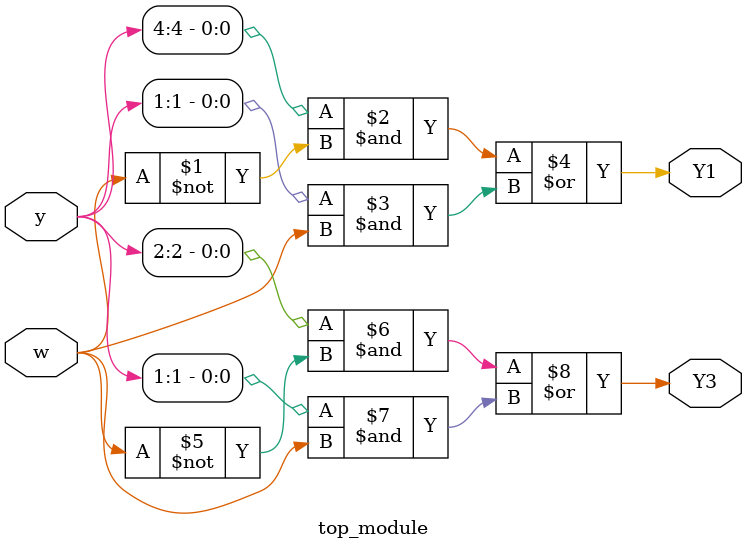
<source format=sv>
module top_module (
	input [5:0] y,
	input w,
	output Y1,
	output Y3
);
	
	// flip-flop Y1
	assign Y1 = (y[4] & ~w) | (y[1] & w); // Modified y[2] to y[1]
	
	// flip-flop Y3
	assign Y3 = (y[2] & ~w) | (y[1] & w); // Modified y[0] to y[1]

endmodule

</source>
